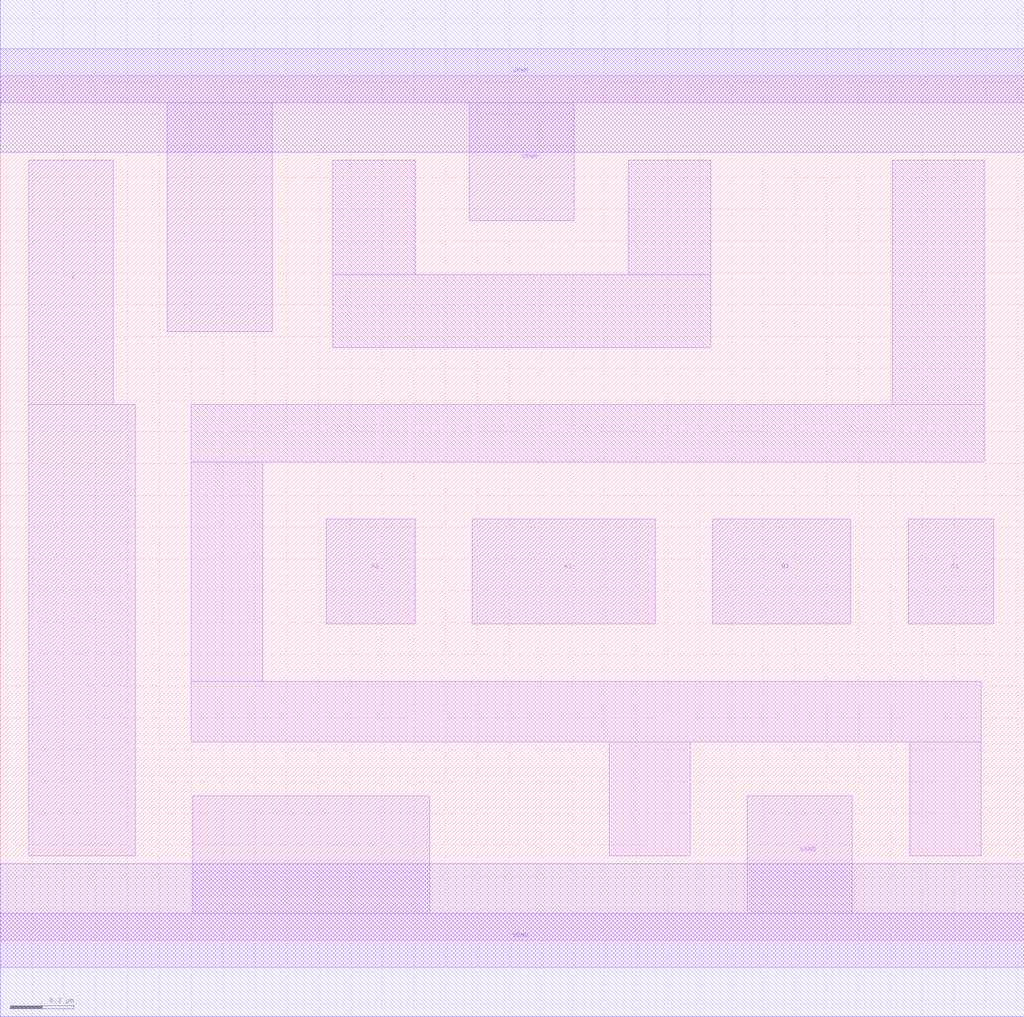
<source format=lef>
# Copyright 2020 The SkyWater PDK Authors
#
# Licensed under the Apache License, Version 2.0 (the "License");
# you may not use this file except in compliance with the License.
# You may obtain a copy of the License at
#
#     https://www.apache.org/licenses/LICENSE-2.0
#
# Unless required by applicable law or agreed to in writing, software
# distributed under the License is distributed on an "AS IS" BASIS,
# WITHOUT WARRANTIES OR CONDITIONS OF ANY KIND, either express or implied.
# See the License for the specific language governing permissions and
# limitations under the License.
#
# SPDX-License-Identifier: Apache-2.0

VERSION 5.5 ;
NAMESCASESENSITIVE ON ;
BUSBITCHARS "[]" ;
DIVIDERCHAR "/" ;
MACRO sky130_fd_sc_hd__a211o_1
  CLASS CORE ;
  SOURCE USER ;
  ORIGIN  0.000000  0.000000 ;
  SIZE  3.220000 BY  2.720000 ;
  SYMMETRY X Y R90 ;
  SITE unithd ;
  PIN A1
    ANTENNAGATEAREA  0.247500 ;
    DIRECTION INPUT ;
    USE SIGNAL ;
    PORT
      LAYER li1 ;
        RECT 1.485000 0.995000 2.060000 1.325000 ;
    END
  END A1
  PIN A2
    ANTENNAGATEAREA  0.247500 ;
    DIRECTION INPUT ;
    USE SIGNAL ;
    PORT
      LAYER li1 ;
        RECT 1.025000 0.995000 1.305000 1.325000 ;
    END
  END A2
  PIN B1
    ANTENNAGATEAREA  0.247500 ;
    DIRECTION INPUT ;
    USE SIGNAL ;
    PORT
      LAYER li1 ;
        RECT 2.240000 0.995000 2.675000 1.325000 ;
    END
  END B1
  PIN C1
    ANTENNAGATEAREA  0.247500 ;
    DIRECTION INPUT ;
    USE SIGNAL ;
    PORT
      LAYER li1 ;
        RECT 2.855000 0.995000 3.125000 1.325000 ;
    END
  END C1
  PIN X
    ANTENNADIFFAREA  0.437250 ;
    DIRECTION OUTPUT ;
    USE SIGNAL ;
    PORT
      LAYER li1 ;
        RECT 0.090000 0.265000 0.425000 1.685000 ;
        RECT 0.090000 1.685000 0.355000 2.455000 ;
    END
  END X
  PIN VGND
    DIRECTION INOUT ;
    SHAPE ABUTMENT ;
    USE GROUND ;
    PORT
      LAYER li1 ;
        RECT 0.000000 -0.085000 3.220000 0.085000 ;
        RECT 0.605000  0.085000 1.350000 0.455000 ;
        RECT 2.350000  0.085000 2.680000 0.455000 ;
    END
    PORT
      LAYER met1 ;
        RECT 0.000000 -0.240000 3.220000 0.240000 ;
    END
  END VGND
  PIN VPWR
    DIRECTION INOUT ;
    SHAPE ABUTMENT ;
    USE POWER ;
    PORT
      LAYER li1 ;
        RECT 0.000000 2.635000 3.220000 2.805000 ;
        RECT 0.525000 1.915000 0.855000 2.635000 ;
        RECT 1.475000 2.265000 1.805000 2.635000 ;
    END
    PORT
      LAYER met1 ;
        RECT 0.000000 2.480000 3.220000 2.960000 ;
    END
  END VPWR
  OBS
    LAYER li1 ;
      RECT 0.600000 0.625000 3.085000 0.815000 ;
      RECT 0.600000 0.815000 0.825000 1.505000 ;
      RECT 0.600000 1.505000 3.095000 1.685000 ;
      RECT 1.045000 1.865000 2.235000 2.095000 ;
      RECT 1.045000 2.095000 1.305000 2.455000 ;
      RECT 1.915000 0.265000 2.170000 0.625000 ;
      RECT 1.975000 2.095000 2.235000 2.455000 ;
      RECT 2.805000 1.685000 3.095000 2.455000 ;
      RECT 2.860000 0.265000 3.085000 0.625000 ;
  END
END sky130_fd_sc_hd__a211o_1

</source>
